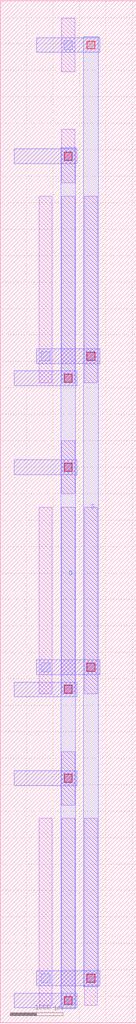
<source format=lef>
MACRO DCL_PMOS_S_70252776_X1_Y3
  UNITS 
    DATABASE MICRONS UNITS 1000;
  END UNITS 
  ORIGIN 0 0 ;
  FOREIGN DCL_PMOS_S_70252776_X1_Y3 0 0 ;
  SIZE 2580 BY 19320 ;
  PIN D
    DIRECTION INOUT ;
    USE SIGNAL ;
    PORT
      LAYER M3 ;
        RECT 1150 260 1430 16540 ;
    END
  END D
  PIN S
    DIRECTION INOUT ;
    USE SIGNAL ;
    PORT
      LAYER M3 ;
        RECT 1580 680 1860 18640 ;
    END
  END S
  OBS
    LAYER M1 ;
      RECT 1165 335 1415 3865 ;
    LAYER M1 ;
      RECT 1165 4115 1415 5125 ;
    LAYER M1 ;
      RECT 1165 6215 1415 9745 ;
    LAYER M1 ;
      RECT 1165 9995 1415 11005 ;
    LAYER M1 ;
      RECT 1165 12095 1415 15625 ;
    LAYER M1 ;
      RECT 1165 15875 1415 16885 ;
    LAYER M1 ;
      RECT 1165 17975 1415 18985 ;
    LAYER M1 ;
      RECT 735 335 985 3865 ;
    LAYER M1 ;
      RECT 735 6215 985 9745 ;
    LAYER M1 ;
      RECT 735 12095 985 15625 ;
    LAYER M1 ;
      RECT 1595 335 1845 3865 ;
    LAYER M1 ;
      RECT 1595 6215 1845 9745 ;
    LAYER M1 ;
      RECT 1595 12095 1845 15625 ;
    LAYER M2 ;
      RECT 260 280 1460 560 ;
    LAYER M2 ;
      RECT 260 4480 1460 4760 ;
    LAYER M2 ;
      RECT 690 700 1890 980 ;
    LAYER M2 ;
      RECT 260 6160 1460 6440 ;
    LAYER M2 ;
      RECT 260 10360 1460 10640 ;
    LAYER M2 ;
      RECT 690 6580 1890 6860 ;
    LAYER M2 ;
      RECT 260 12040 1460 12320 ;
    LAYER M2 ;
      RECT 260 16240 1460 16520 ;
    LAYER M2 ;
      RECT 690 12460 1890 12740 ;
    LAYER M2 ;
      RECT 690 18340 1890 18620 ;
    LAYER V1 ;
      RECT 1205 335 1375 505 ;
    LAYER V1 ;
      RECT 1205 4535 1375 4705 ;
    LAYER V1 ;
      RECT 1205 6215 1375 6385 ;
    LAYER V1 ;
      RECT 1205 10415 1375 10585 ;
    LAYER V1 ;
      RECT 1205 12095 1375 12265 ;
    LAYER V1 ;
      RECT 1205 16295 1375 16465 ;
    LAYER V1 ;
      RECT 1205 18395 1375 18565 ;
    LAYER V1 ;
      RECT 775 755 945 925 ;
    LAYER V1 ;
      RECT 775 6635 945 6805 ;
    LAYER V1 ;
      RECT 775 12515 945 12685 ;
    LAYER V1 ;
      RECT 1635 755 1805 925 ;
    LAYER V1 ;
      RECT 1635 6635 1805 6805 ;
    LAYER V1 ;
      RECT 1635 12515 1805 12685 ;
    LAYER V2 ;
      RECT 1215 345 1365 495 ;
    LAYER V2 ;
      RECT 1215 4545 1365 4695 ;
    LAYER V2 ;
      RECT 1215 6225 1365 6375 ;
    LAYER V2 ;
      RECT 1215 10425 1365 10575 ;
    LAYER V2 ;
      RECT 1215 12105 1365 12255 ;
    LAYER V2 ;
      RECT 1215 16305 1365 16455 ;
    LAYER V2 ;
      RECT 1645 765 1795 915 ;
    LAYER V2 ;
      RECT 1645 6645 1795 6795 ;
    LAYER V2 ;
      RECT 1645 12525 1795 12675 ;
    LAYER V2 ;
      RECT 1645 18405 1795 18555 ;
  END
END DCL_PMOS_S_70252776_X1_Y3

</source>
